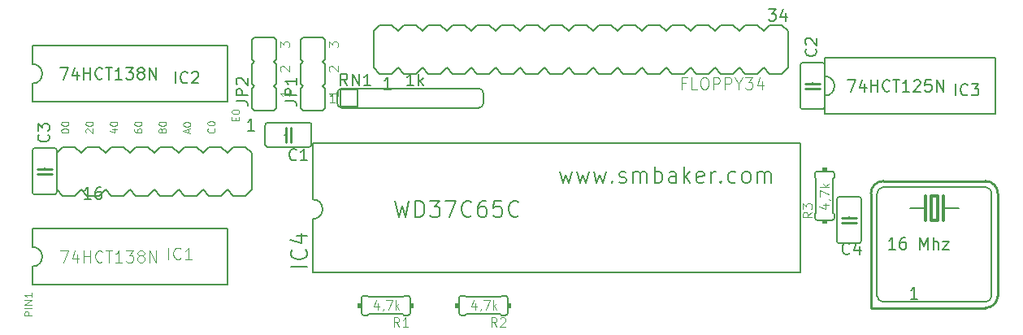
<source format=gbr>
G04 #@! TF.GenerationSoftware,KiCad,Pcbnew,5.1.2*
G04 #@! TF.CreationDate,2020-10-20T15:01:19+02:00*
G04 #@! TF.ProjectId,RC2014 Floppy WD37C65,52433230-3134-4204-966c-6f7070792057,rev?*
G04 #@! TF.SameCoordinates,Original*
G04 #@! TF.FileFunction,Legend,Top*
G04 #@! TF.FilePolarity,Positive*
%FSLAX46Y46*%
G04 Gerber Fmt 4.6, Leading zero omitted, Abs format (unit mm)*
G04 Created by KiCad (PCBNEW 5.1.2) date 2020-10-20 15:01:19*
%MOMM*%
%LPD*%
G04 APERTURE LIST*
%ADD10C,0.065024*%
%ADD11C,0.142240*%
%ADD12C,0.152400*%
%ADD13C,0.254000*%
%ADD14C,0.304800*%
%ADD15C,0.100000*%
%ADD16C,0.127000*%
%ADD17C,0.120650*%
%ADD18C,0.099060*%
%ADD19C,0.118872*%
G04 APERTURE END LIST*
D10*
X119649865Y-97787486D02*
X119649865Y-97530100D01*
X120054330Y-97419791D02*
X120054330Y-97787486D01*
X119282170Y-97787486D01*
X119282170Y-97419791D01*
X119282170Y-96941787D02*
X119282170Y-96868248D01*
X119318940Y-96794709D01*
X119355709Y-96757940D01*
X119429248Y-96721170D01*
X119576326Y-96684401D01*
X119760174Y-96684401D01*
X119907252Y-96721170D01*
X119980791Y-96757940D01*
X120017560Y-96794709D01*
X120054330Y-96868248D01*
X120054330Y-96941787D01*
X120017560Y-97015326D01*
X119980791Y-97052096D01*
X119907252Y-97088865D01*
X119760174Y-97125635D01*
X119576326Y-97125635D01*
X119429248Y-97088865D01*
X119355709Y-97052096D01*
X119318940Y-97015326D01*
X119282170Y-96941787D01*
X117440791Y-98616252D02*
X117477560Y-98653022D01*
X117514330Y-98763330D01*
X117514330Y-98836869D01*
X117477560Y-98947178D01*
X117404021Y-99020717D01*
X117330482Y-99057486D01*
X117183404Y-99094256D01*
X117073096Y-99094256D01*
X116926018Y-99057486D01*
X116852479Y-99020717D01*
X116778940Y-98947178D01*
X116742170Y-98836869D01*
X116742170Y-98763330D01*
X116778940Y-98653022D01*
X116815709Y-98616252D01*
X116742170Y-98138248D02*
X116742170Y-98064709D01*
X116778940Y-97991170D01*
X116815709Y-97954401D01*
X116889248Y-97917631D01*
X117036326Y-97880862D01*
X117220174Y-97880862D01*
X117367252Y-97917631D01*
X117440791Y-97954401D01*
X117477560Y-97991170D01*
X117514330Y-98064709D01*
X117514330Y-98138248D01*
X117477560Y-98211787D01*
X117440791Y-98248557D01*
X117367252Y-98285326D01*
X117220174Y-98322096D01*
X117036326Y-98322096D01*
X116889248Y-98285326D01*
X116815709Y-98248557D01*
X116778940Y-98211787D01*
X116742170Y-98138248D01*
X114753713Y-99094256D02*
X114753713Y-98726561D01*
X114974330Y-99167795D02*
X114202170Y-98910408D01*
X114974330Y-98653022D01*
X114202170Y-98248557D02*
X114202170Y-98175018D01*
X114238940Y-98101479D01*
X114275709Y-98064709D01*
X114349248Y-98027940D01*
X114496326Y-97991170D01*
X114680174Y-97991170D01*
X114827252Y-98027940D01*
X114900791Y-98064709D01*
X114937560Y-98101479D01*
X114974330Y-98175018D01*
X114974330Y-98248557D01*
X114937560Y-98322096D01*
X114900791Y-98358865D01*
X114827252Y-98395635D01*
X114680174Y-98432404D01*
X114496326Y-98432404D01*
X114349248Y-98395635D01*
X114275709Y-98358865D01*
X114238940Y-98322096D01*
X114202170Y-98248557D01*
X111993096Y-98947178D02*
X111956326Y-99020717D01*
X111919557Y-99057486D01*
X111846018Y-99094256D01*
X111809248Y-99094256D01*
X111735709Y-99057486D01*
X111698940Y-99020717D01*
X111662170Y-98947178D01*
X111662170Y-98800100D01*
X111698940Y-98726561D01*
X111735709Y-98689791D01*
X111809248Y-98653022D01*
X111846018Y-98653022D01*
X111919557Y-98689791D01*
X111956326Y-98726561D01*
X111993096Y-98800100D01*
X111993096Y-98947178D01*
X112029865Y-99020717D01*
X112066635Y-99057486D01*
X112140174Y-99094256D01*
X112287252Y-99094256D01*
X112360791Y-99057486D01*
X112397560Y-99020717D01*
X112434330Y-98947178D01*
X112434330Y-98800100D01*
X112397560Y-98726561D01*
X112360791Y-98689791D01*
X112287252Y-98653022D01*
X112140174Y-98653022D01*
X112066635Y-98689791D01*
X112029865Y-98726561D01*
X111993096Y-98800100D01*
X111662170Y-98175018D02*
X111662170Y-98101479D01*
X111698940Y-98027940D01*
X111735709Y-97991170D01*
X111809248Y-97954401D01*
X111956326Y-97917631D01*
X112140174Y-97917631D01*
X112287252Y-97954401D01*
X112360791Y-97991170D01*
X112397560Y-98027940D01*
X112434330Y-98101479D01*
X112434330Y-98175018D01*
X112397560Y-98248557D01*
X112360791Y-98285326D01*
X112287252Y-98322096D01*
X112140174Y-98358865D01*
X111956326Y-98358865D01*
X111809248Y-98322096D01*
X111735709Y-98285326D01*
X111698940Y-98248557D01*
X111662170Y-98175018D01*
X109122170Y-98726561D02*
X109122170Y-98873639D01*
X109158940Y-98947178D01*
X109195709Y-98983947D01*
X109306018Y-99057486D01*
X109453096Y-99094256D01*
X109747252Y-99094256D01*
X109820791Y-99057486D01*
X109857560Y-99020717D01*
X109894330Y-98947178D01*
X109894330Y-98800100D01*
X109857560Y-98726561D01*
X109820791Y-98689791D01*
X109747252Y-98653022D01*
X109563404Y-98653022D01*
X109489865Y-98689791D01*
X109453096Y-98726561D01*
X109416326Y-98800100D01*
X109416326Y-98947178D01*
X109453096Y-99020717D01*
X109489865Y-99057486D01*
X109563404Y-99094256D01*
X109122170Y-98175018D02*
X109122170Y-98101479D01*
X109158940Y-98027940D01*
X109195709Y-97991170D01*
X109269248Y-97954401D01*
X109416326Y-97917631D01*
X109600174Y-97917631D01*
X109747252Y-97954401D01*
X109820791Y-97991170D01*
X109857560Y-98027940D01*
X109894330Y-98101479D01*
X109894330Y-98175018D01*
X109857560Y-98248557D01*
X109820791Y-98285326D01*
X109747252Y-98322096D01*
X109600174Y-98358865D01*
X109416326Y-98358865D01*
X109269248Y-98322096D01*
X109195709Y-98285326D01*
X109158940Y-98248557D01*
X109122170Y-98175018D01*
X106839557Y-98726561D02*
X107354330Y-98726561D01*
X106545400Y-98910408D02*
X107096943Y-99094256D01*
X107096943Y-98616252D01*
X106582170Y-98175018D02*
X106582170Y-98101479D01*
X106618940Y-98027940D01*
X106655709Y-97991170D01*
X106729248Y-97954401D01*
X106876326Y-97917631D01*
X107060174Y-97917631D01*
X107207252Y-97954401D01*
X107280791Y-97991170D01*
X107317560Y-98027940D01*
X107354330Y-98101479D01*
X107354330Y-98175018D01*
X107317560Y-98248557D01*
X107280791Y-98285326D01*
X107207252Y-98322096D01*
X107060174Y-98358865D01*
X106876326Y-98358865D01*
X106729248Y-98322096D01*
X106655709Y-98285326D01*
X106618940Y-98248557D01*
X106582170Y-98175018D01*
X104115709Y-99094256D02*
X104078940Y-99057486D01*
X104042170Y-98983947D01*
X104042170Y-98800100D01*
X104078940Y-98726561D01*
X104115709Y-98689791D01*
X104189248Y-98653022D01*
X104262787Y-98653022D01*
X104373096Y-98689791D01*
X104814330Y-99131025D01*
X104814330Y-98653022D01*
X104042170Y-98175018D02*
X104042170Y-98101479D01*
X104078940Y-98027940D01*
X104115709Y-97991170D01*
X104189248Y-97954401D01*
X104336326Y-97917631D01*
X104520174Y-97917631D01*
X104667252Y-97954401D01*
X104740791Y-97991170D01*
X104777560Y-98027940D01*
X104814330Y-98101479D01*
X104814330Y-98175018D01*
X104777560Y-98248557D01*
X104740791Y-98285326D01*
X104667252Y-98322096D01*
X104520174Y-98358865D01*
X104336326Y-98358865D01*
X104189248Y-98322096D01*
X104115709Y-98285326D01*
X104078940Y-98248557D01*
X104042170Y-98175018D01*
X101502170Y-98910408D02*
X101502170Y-98836869D01*
X101538940Y-98763330D01*
X101575709Y-98726561D01*
X101649248Y-98689791D01*
X101796326Y-98653022D01*
X101980174Y-98653022D01*
X102127252Y-98689791D01*
X102200791Y-98726561D01*
X102237560Y-98763330D01*
X102274330Y-98836869D01*
X102274330Y-98910408D01*
X102237560Y-98983947D01*
X102200791Y-99020717D01*
X102127252Y-99057486D01*
X101980174Y-99094256D01*
X101796326Y-99094256D01*
X101649248Y-99057486D01*
X101575709Y-99020717D01*
X101538940Y-98983947D01*
X101502170Y-98910408D01*
X101502170Y-98175018D02*
X101502170Y-98101479D01*
X101538940Y-98027940D01*
X101575709Y-97991170D01*
X101649248Y-97954401D01*
X101796326Y-97917631D01*
X101980174Y-97917631D01*
X102127252Y-97954401D01*
X102200791Y-97991170D01*
X102237560Y-98027940D01*
X102274330Y-98101479D01*
X102274330Y-98175018D01*
X102237560Y-98248557D01*
X102200791Y-98285326D01*
X102127252Y-98322096D01*
X101980174Y-98358865D01*
X101796326Y-98358865D01*
X101649248Y-98322096D01*
X101575709Y-98285326D01*
X101538940Y-98248557D01*
X101502170Y-98175018D01*
X98464330Y-118107486D02*
X97692170Y-118107486D01*
X97692170Y-117813330D01*
X97728940Y-117739791D01*
X97765709Y-117703022D01*
X97839248Y-117666252D01*
X97949557Y-117666252D01*
X98023096Y-117703022D01*
X98059865Y-117739791D01*
X98096635Y-117813330D01*
X98096635Y-118107486D01*
X98464330Y-117335326D02*
X97692170Y-117335326D01*
X98464330Y-116967631D02*
X97692170Y-116967631D01*
X98464330Y-116526397D01*
X97692170Y-116526397D01*
X98464330Y-115754237D02*
X98464330Y-116195471D01*
X98464330Y-115974854D02*
X97692170Y-115974854D01*
X97802479Y-116048393D01*
X97876018Y-116121932D01*
X97912787Y-116195471D01*
D11*
X153444856Y-103157100D02*
X153766589Y-104283166D01*
X154088322Y-103478833D01*
X154410056Y-104283166D01*
X154731789Y-103157100D01*
X155214389Y-103157100D02*
X155536122Y-104283166D01*
X155857856Y-103478833D01*
X156179589Y-104283166D01*
X156501322Y-103157100D01*
X156983922Y-103157100D02*
X157305656Y-104283166D01*
X157627389Y-103478833D01*
X157949122Y-104283166D01*
X158270856Y-103157100D01*
X158914322Y-104122300D02*
X158994756Y-104202733D01*
X158914322Y-104283166D01*
X158833889Y-104202733D01*
X158914322Y-104122300D01*
X158914322Y-104283166D01*
X159638222Y-104202733D02*
X159799089Y-104283166D01*
X160120822Y-104283166D01*
X160281689Y-104202733D01*
X160362122Y-104041866D01*
X160362122Y-103961433D01*
X160281689Y-103800566D01*
X160120822Y-103720133D01*
X159879522Y-103720133D01*
X159718656Y-103639700D01*
X159638222Y-103478833D01*
X159638222Y-103398400D01*
X159718656Y-103237533D01*
X159879522Y-103157100D01*
X160120822Y-103157100D01*
X160281689Y-103237533D01*
X161086022Y-104283166D02*
X161086022Y-103157100D01*
X161086022Y-103317966D02*
X161166456Y-103237533D01*
X161327322Y-103157100D01*
X161568622Y-103157100D01*
X161729489Y-103237533D01*
X161809922Y-103398400D01*
X161809922Y-104283166D01*
X161809922Y-103398400D02*
X161890356Y-103237533D01*
X162051222Y-103157100D01*
X162292522Y-103157100D01*
X162453389Y-103237533D01*
X162533822Y-103398400D01*
X162533822Y-104283166D01*
X163338156Y-104283166D02*
X163338156Y-102594066D01*
X163338156Y-103237533D02*
X163499022Y-103157100D01*
X163820756Y-103157100D01*
X163981622Y-103237533D01*
X164062056Y-103317966D01*
X164142489Y-103478833D01*
X164142489Y-103961433D01*
X164062056Y-104122300D01*
X163981622Y-104202733D01*
X163820756Y-104283166D01*
X163499022Y-104283166D01*
X163338156Y-104202733D01*
X165590289Y-104283166D02*
X165590289Y-103398400D01*
X165509856Y-103237533D01*
X165348989Y-103157100D01*
X165027256Y-103157100D01*
X164866389Y-103237533D01*
X165590289Y-104202733D02*
X165429422Y-104283166D01*
X165027256Y-104283166D01*
X164866389Y-104202733D01*
X164785956Y-104041866D01*
X164785956Y-103881000D01*
X164866389Y-103720133D01*
X165027256Y-103639700D01*
X165429422Y-103639700D01*
X165590289Y-103559266D01*
X166394622Y-104283166D02*
X166394622Y-102594066D01*
X166555489Y-103639700D02*
X167038089Y-104283166D01*
X167038089Y-103157100D02*
X166394622Y-103800566D01*
X168405456Y-104202733D02*
X168244589Y-104283166D01*
X167922856Y-104283166D01*
X167761989Y-104202733D01*
X167681556Y-104041866D01*
X167681556Y-103398400D01*
X167761989Y-103237533D01*
X167922856Y-103157100D01*
X168244589Y-103157100D01*
X168405456Y-103237533D01*
X168485889Y-103398400D01*
X168485889Y-103559266D01*
X167681556Y-103720133D01*
X169209789Y-104283166D02*
X169209789Y-103157100D01*
X169209789Y-103478833D02*
X169290222Y-103317966D01*
X169370656Y-103237533D01*
X169531522Y-103157100D01*
X169692389Y-103157100D01*
X170255422Y-104122300D02*
X170335856Y-104202733D01*
X170255422Y-104283166D01*
X170174989Y-104202733D01*
X170255422Y-104122300D01*
X170255422Y-104283166D01*
X171783656Y-104202733D02*
X171622789Y-104283166D01*
X171301056Y-104283166D01*
X171140189Y-104202733D01*
X171059756Y-104122300D01*
X170979322Y-103961433D01*
X170979322Y-103478833D01*
X171059756Y-103317966D01*
X171140189Y-103237533D01*
X171301056Y-103157100D01*
X171622789Y-103157100D01*
X171783656Y-103237533D01*
X172748856Y-104283166D02*
X172587989Y-104202733D01*
X172507556Y-104122300D01*
X172427122Y-103961433D01*
X172427122Y-103478833D01*
X172507556Y-103317966D01*
X172587989Y-103237533D01*
X172748856Y-103157100D01*
X172990156Y-103157100D01*
X173151022Y-103237533D01*
X173231456Y-103317966D01*
X173311889Y-103478833D01*
X173311889Y-103961433D01*
X173231456Y-104122300D01*
X173151022Y-104202733D01*
X172990156Y-104283166D01*
X172748856Y-104283166D01*
X174035789Y-104283166D02*
X174035789Y-103157100D01*
X174035789Y-103317966D02*
X174116222Y-103237533D01*
X174277089Y-103157100D01*
X174518389Y-103157100D01*
X174679256Y-103237533D01*
X174759689Y-103398400D01*
X174759689Y-104283166D01*
X174759689Y-103398400D02*
X174840122Y-103237533D01*
X175000989Y-103157100D01*
X175242289Y-103157100D01*
X175403156Y-103237533D01*
X175483589Y-103398400D01*
X175483589Y-104283166D01*
D12*
X104216100Y-100553600D02*
X105486100Y-100553600D01*
X106121100Y-101188600D02*
X105486100Y-100553600D01*
X102946100Y-100553600D02*
X103581100Y-101188600D01*
X101676100Y-100553600D02*
X102946100Y-100553600D01*
X101041100Y-101188600D02*
X101676100Y-100553600D01*
X103581100Y-101188600D02*
X104216100Y-100553600D01*
X101041100Y-104998600D02*
X101041100Y-101188600D01*
X105486100Y-105633600D02*
X106121100Y-104998600D01*
X101676100Y-105633600D02*
X101041100Y-104998600D01*
X102946100Y-105633600D02*
X101676100Y-105633600D01*
X103581100Y-104998600D02*
X102946100Y-105633600D01*
X104216100Y-105633600D02*
X103581100Y-104998600D01*
X105486100Y-105633600D02*
X104216100Y-105633600D01*
X108026100Y-100553600D02*
X108661100Y-101188600D01*
X106756100Y-100553600D02*
X108026100Y-100553600D01*
X106121100Y-101188600D02*
X106756100Y-100553600D01*
X111836100Y-100553600D02*
X113106100Y-100553600D01*
X113741100Y-101188600D02*
X113106100Y-100553600D01*
X110566100Y-100553600D02*
X111201100Y-101188600D01*
X109296100Y-100553600D02*
X110566100Y-100553600D01*
X108661100Y-101188600D02*
X109296100Y-100553600D01*
X111201100Y-101188600D02*
X111836100Y-100553600D01*
X115646100Y-100553600D02*
X116281100Y-101188600D01*
X114376100Y-100553600D02*
X115646100Y-100553600D01*
X113741100Y-101188600D02*
X114376100Y-100553600D01*
X119456100Y-100553600D02*
X120726100Y-100553600D01*
X121361100Y-101188600D02*
X120726100Y-100553600D01*
X121361100Y-104998600D02*
X121361100Y-101188600D01*
X118186100Y-100553600D02*
X118821100Y-101188600D01*
X116916100Y-100553600D02*
X118186100Y-100553600D01*
X116281100Y-101188600D02*
X116916100Y-100553600D01*
X118821100Y-101188600D02*
X119456100Y-100553600D01*
X106756100Y-105633600D02*
X106121100Y-104998600D01*
X108026100Y-105633600D02*
X106756100Y-105633600D01*
X108661100Y-104998600D02*
X108026100Y-105633600D01*
X113106100Y-105633600D02*
X113741100Y-104998600D01*
X109296100Y-105633600D02*
X108661100Y-104998600D01*
X110566100Y-105633600D02*
X109296100Y-105633600D01*
X111201100Y-104998600D02*
X110566100Y-105633600D01*
X111836100Y-105633600D02*
X111201100Y-104998600D01*
X113106100Y-105633600D02*
X111836100Y-105633600D01*
X114376100Y-105633600D02*
X113741100Y-104998600D01*
X115646100Y-105633600D02*
X114376100Y-105633600D01*
X116281100Y-104998600D02*
X115646100Y-105633600D01*
X120726100Y-105633600D02*
X121361100Y-104998600D01*
X116916100Y-105633600D02*
X116281100Y-104998600D01*
X118186100Y-105633600D02*
X116916100Y-105633600D01*
X118821100Y-104998600D02*
X118186100Y-105633600D01*
X119456100Y-105633600D02*
X118821100Y-104998600D01*
X120726100Y-105633600D02*
X119456100Y-105633600D01*
X179781100Y-93949600D02*
X179781100Y-93822600D01*
D13*
X179781100Y-93949600D02*
X179019100Y-93949600D01*
X180543100Y-93949600D02*
X179781100Y-93949600D01*
X179781100Y-94457600D02*
X179019100Y-94457600D01*
X179781100Y-94457600D02*
X180543100Y-94457600D01*
D12*
X179781100Y-94584600D02*
X179781100Y-94457600D01*
X178511100Y-92044600D02*
G75*
G02X178765100Y-91790600I254000J0D01*
G01*
X178765100Y-96616600D02*
G75*
G02X178511100Y-96362600I0J254000D01*
G01*
X181051100Y-92044600D02*
G75*
G03X180797100Y-91790600I-254000J0D01*
G01*
X180797100Y-96616600D02*
G75*
G03X181051100Y-96362600I0J254000D01*
G01*
X180797100Y-91790600D02*
X178765100Y-91790600D01*
X180797100Y-96616600D02*
X178765100Y-96616600D01*
X178511100Y-96362600D02*
X178511100Y-92044600D01*
X181051100Y-92044600D02*
X181051100Y-96362600D01*
X99771100Y-103347600D02*
X99771100Y-103474600D01*
D13*
X99771100Y-103347600D02*
X100533100Y-103347600D01*
X99009100Y-103347600D02*
X99771100Y-103347600D01*
X99771100Y-102839600D02*
X100533100Y-102839600D01*
X99771100Y-102839600D02*
X99009100Y-102839600D01*
D12*
X99771100Y-102712600D02*
X99771100Y-102839600D01*
X101041100Y-105252600D02*
G75*
G02X100787100Y-105506600I-254000J0D01*
G01*
X100787100Y-100680600D02*
G75*
G02X101041100Y-100934600I0J-254000D01*
G01*
X98501100Y-105252600D02*
G75*
G03X98755100Y-105506600I254000J0D01*
G01*
X98755100Y-100680600D02*
G75*
G03X98501100Y-100934600I0J-254000D01*
G01*
X98755100Y-105506600D02*
X100787100Y-105506600D01*
X98755100Y-100680600D02*
X100787100Y-100680600D01*
X101041100Y-100934600D02*
X101041100Y-105252600D01*
X98501100Y-105252600D02*
X98501100Y-100934600D01*
X98501100Y-112999600D02*
G75*
G03X98501100Y-110967600I0J1016000D01*
G01*
X98501100Y-114904600D02*
X98501100Y-112999600D01*
X98501100Y-109062600D02*
X98501100Y-110967600D01*
X118821100Y-109062600D02*
X118821100Y-114904600D01*
X98501100Y-114904600D02*
X118821100Y-114904600D01*
X118821100Y-109062600D02*
X98501100Y-109062600D01*
X177241100Y-92298600D02*
X176606100Y-92933600D01*
X176606100Y-87853600D02*
X177241100Y-88488600D01*
X177241100Y-88488600D02*
X177241100Y-92298600D01*
X175336100Y-92933600D02*
X174701100Y-92298600D01*
X176606100Y-92933600D02*
X175336100Y-92933600D01*
X171526100Y-92933600D02*
X170256100Y-92933600D01*
X169621100Y-92298600D02*
X170256100Y-92933600D01*
X172796100Y-92933600D02*
X172161100Y-92298600D01*
X174066100Y-92933600D02*
X172796100Y-92933600D01*
X174701100Y-92298600D02*
X174066100Y-92933600D01*
X172161100Y-92298600D02*
X171526100Y-92933600D01*
X175336100Y-87853600D02*
X176606100Y-87853600D01*
X174701100Y-88488600D02*
X175336100Y-87853600D01*
X170256100Y-87853600D02*
X169621100Y-88488600D01*
X174066100Y-87853600D02*
X174701100Y-88488600D01*
X172796100Y-87853600D02*
X174066100Y-87853600D01*
X172161100Y-88488600D02*
X172796100Y-87853600D01*
X171526100Y-87853600D02*
X172161100Y-88488600D01*
X170256100Y-87853600D02*
X171526100Y-87853600D01*
X169621100Y-92298600D02*
X168986100Y-92933600D01*
X168986100Y-92933600D02*
X167716100Y-92933600D01*
X167716100Y-92933600D02*
X167081100Y-92298600D01*
X167081100Y-88488600D02*
X167716100Y-87853600D01*
X167716100Y-87853600D02*
X168986100Y-87853600D01*
X168986100Y-87853600D02*
X169621100Y-88488600D01*
X165176100Y-92933600D02*
X164541100Y-92298600D01*
X166446100Y-92933600D02*
X165176100Y-92933600D01*
X167081100Y-92298600D02*
X166446100Y-92933600D01*
X161366100Y-92933600D02*
X160096100Y-92933600D01*
X159461100Y-92298600D02*
X160096100Y-92933600D01*
X162636100Y-92933600D02*
X162001100Y-92298600D01*
X163906100Y-92933600D02*
X162636100Y-92933600D01*
X164541100Y-92298600D02*
X163906100Y-92933600D01*
X162001100Y-92298600D02*
X161366100Y-92933600D01*
X157556100Y-92933600D02*
X156921100Y-92298600D01*
X158826100Y-92933600D02*
X157556100Y-92933600D01*
X159461100Y-92298600D02*
X158826100Y-92933600D01*
X153746100Y-92933600D02*
X152476100Y-92933600D01*
X151841100Y-92298600D02*
X152476100Y-92933600D01*
X155016100Y-92933600D02*
X154381100Y-92298600D01*
X156286100Y-92933600D02*
X155016100Y-92933600D01*
X156921100Y-92298600D02*
X156286100Y-92933600D01*
X154381100Y-92298600D02*
X153746100Y-92933600D01*
X166446100Y-87853600D02*
X167081100Y-88488600D01*
X165176100Y-87853600D02*
X166446100Y-87853600D01*
X164541100Y-88488600D02*
X165176100Y-87853600D01*
X160096100Y-87853600D02*
X159461100Y-88488600D01*
X163906100Y-87853600D02*
X164541100Y-88488600D01*
X162636100Y-87853600D02*
X163906100Y-87853600D01*
X162001100Y-88488600D02*
X162636100Y-87853600D01*
X161366100Y-87853600D02*
X162001100Y-88488600D01*
X160096100Y-87853600D02*
X161366100Y-87853600D01*
X158826100Y-87853600D02*
X159461100Y-88488600D01*
X157556100Y-87853600D02*
X158826100Y-87853600D01*
X156921100Y-88488600D02*
X157556100Y-87853600D01*
X152476100Y-87853600D02*
X151841100Y-88488600D01*
X156286100Y-87853600D02*
X156921100Y-88488600D01*
X155016100Y-87853600D02*
X156286100Y-87853600D01*
X154381100Y-88488600D02*
X155016100Y-87853600D01*
X153746100Y-87853600D02*
X154381100Y-88488600D01*
X152476100Y-87853600D02*
X153746100Y-87853600D01*
X151841100Y-92298600D02*
X151206100Y-92933600D01*
X151206100Y-92933600D02*
X149936100Y-92933600D01*
X149936100Y-92933600D02*
X149301100Y-92298600D01*
X149301100Y-88488600D02*
X149936100Y-87853600D01*
X149936100Y-87853600D02*
X151206100Y-87853600D01*
X151206100Y-87853600D02*
X151841100Y-88488600D01*
X147396100Y-92933600D02*
X146761100Y-92298600D01*
X148666100Y-92933600D02*
X147396100Y-92933600D01*
X149301100Y-92298600D02*
X148666100Y-92933600D01*
X143586100Y-92933600D02*
X142316100Y-92933600D01*
X141681100Y-92298600D02*
X142316100Y-92933600D01*
X144856100Y-92933600D02*
X144221100Y-92298600D01*
X146126100Y-92933600D02*
X144856100Y-92933600D01*
X146761100Y-92298600D02*
X146126100Y-92933600D01*
X144221100Y-92298600D02*
X143586100Y-92933600D01*
X139776100Y-92933600D02*
X139141100Y-92298600D01*
X141046100Y-92933600D02*
X139776100Y-92933600D01*
X141681100Y-92298600D02*
X141046100Y-92933600D01*
X135966100Y-92933600D02*
X134696100Y-92933600D01*
X134061100Y-92298600D02*
X134696100Y-92933600D01*
X134061100Y-88488600D02*
X134061100Y-92298600D01*
X137236100Y-92933600D02*
X136601100Y-92298600D01*
X138506100Y-92933600D02*
X137236100Y-92933600D01*
X139141100Y-92298600D02*
X138506100Y-92933600D01*
X136601100Y-92298600D02*
X135966100Y-92933600D01*
X148666100Y-87853600D02*
X149301100Y-88488600D01*
X147396100Y-87853600D02*
X148666100Y-87853600D01*
X146761100Y-88488600D02*
X147396100Y-87853600D01*
X142316100Y-87853600D02*
X141681100Y-88488600D01*
X146126100Y-87853600D02*
X146761100Y-88488600D01*
X144856100Y-87853600D02*
X146126100Y-87853600D01*
X144221100Y-88488600D02*
X144856100Y-87853600D01*
X143586100Y-87853600D02*
X144221100Y-88488600D01*
X142316100Y-87853600D02*
X143586100Y-87853600D01*
X141046100Y-87853600D02*
X141681100Y-88488600D01*
X139776100Y-87853600D02*
X141046100Y-87853600D01*
X139141100Y-88488600D02*
X139776100Y-87853600D01*
X134696100Y-87853600D02*
X134061100Y-88488600D01*
X138506100Y-87853600D02*
X139141100Y-88488600D01*
X137236100Y-87853600D02*
X138506100Y-87853600D01*
X136601100Y-88488600D02*
X137236100Y-87853600D01*
X135966100Y-87853600D02*
X136601100Y-88488600D01*
X134696100Y-87853600D02*
X135966100Y-87853600D01*
D14*
X191541300Y-106903600D02*
X191541300Y-108173600D01*
D12*
X191541300Y-106903600D02*
X189941100Y-106903600D01*
D14*
X193420900Y-106903600D02*
X193420900Y-108173600D01*
D12*
X193420900Y-106903600D02*
X195021100Y-106903600D01*
D14*
X191541300Y-105633600D02*
X191541300Y-106903600D01*
X193420900Y-105633600D02*
X193420900Y-106903600D01*
X192785900Y-105633600D02*
X192150900Y-105633600D01*
X192785900Y-108173600D02*
X192785900Y-105633600D01*
X192150900Y-108173600D02*
X192785900Y-108173600D01*
X192150900Y-105633600D02*
X192150900Y-108173600D01*
D12*
X187147100Y-116682600D02*
G75*
G02X186512100Y-116047600I0J635000D01*
G01*
D13*
X187147100Y-104109600D02*
G75*
G03X185877100Y-105379600I0J-1270000D01*
G01*
D12*
X187147100Y-104744600D02*
G75*
G03X186512100Y-105379600I0J-635000D01*
G01*
D13*
X199085100Y-105379600D02*
G75*
G03X197815100Y-104109600I-1270000J0D01*
G01*
D12*
X198450100Y-105379600D02*
G75*
G03X197815100Y-104744600I-635000J0D01*
G01*
X198450100Y-116047600D02*
G75*
G02X197815100Y-116682600I-635000J0D01*
G01*
D13*
X199085100Y-116047600D02*
G75*
G02X197815100Y-117317600I-1270000J0D01*
G01*
D12*
X186512100Y-105379600D02*
X186512100Y-116047600D01*
X197815100Y-104744600D02*
X187147100Y-104744600D01*
X198450100Y-116047600D02*
X198450100Y-105379600D01*
X187147100Y-116682600D02*
X197815100Y-116682600D01*
D13*
X185877100Y-117317600D02*
X185877100Y-105379600D01*
X197815100Y-104109600D02*
X187147100Y-104109600D01*
X199085100Y-116047600D02*
X199085100Y-105379600D01*
X185877100Y-117317600D02*
X197815100Y-117317600D01*
D12*
X125425100Y-99283600D02*
X125552100Y-99283600D01*
D13*
X125425100Y-99283600D02*
X125425100Y-98521600D01*
X125425100Y-100045600D02*
X125425100Y-99283600D01*
X124917100Y-99283600D02*
X124917100Y-98521600D01*
X124917100Y-99283600D02*
X124917100Y-100045600D01*
D12*
X124790100Y-99283600D02*
X124917100Y-99283600D01*
X127330100Y-98013600D02*
G75*
G02X127584100Y-98267600I0J-254000D01*
G01*
X122758100Y-98267600D02*
G75*
G02X123012100Y-98013600I254000J0D01*
G01*
X127330100Y-100553600D02*
G75*
G03X127584100Y-100299600I0J254000D01*
G01*
X122758100Y-100299600D02*
G75*
G03X123012100Y-100553600I254000J0D01*
G01*
X127584100Y-100299600D02*
X127584100Y-98267600D01*
X122758100Y-100299600D02*
X122758100Y-98267600D01*
X123012100Y-98013600D02*
X127330100Y-98013600D01*
X127330100Y-100553600D02*
X123012100Y-100553600D01*
X183591100Y-107919600D02*
X183591100Y-107792600D01*
D13*
X183591100Y-107919600D02*
X182829100Y-107919600D01*
X184353100Y-107919600D02*
X183591100Y-107919600D01*
X183591100Y-108427600D02*
X182829100Y-108427600D01*
X183591100Y-108427600D02*
X184353100Y-108427600D01*
D12*
X183591100Y-108554600D02*
X183591100Y-108427600D01*
X182321100Y-106014600D02*
G75*
G02X182575100Y-105760600I254000J0D01*
G01*
X182575100Y-110586600D02*
G75*
G02X182321100Y-110332600I0J254000D01*
G01*
X184861100Y-106014600D02*
G75*
G03X184607100Y-105760600I-254000J0D01*
G01*
X184607100Y-110586600D02*
G75*
G03X184861100Y-110332600I0J254000D01*
G01*
X184607100Y-105760600D02*
X182575100Y-105760600D01*
X184607100Y-110586600D02*
X182575100Y-110586600D01*
X182321100Y-110332600D02*
X182321100Y-106014600D01*
X184861100Y-106014600D02*
X184861100Y-110332600D01*
X127711100Y-108046600D02*
G75*
G03X127711100Y-106014600I0J1016000D01*
G01*
X127711100Y-113634600D02*
X127711100Y-108046600D01*
X127711100Y-100172600D02*
X127711100Y-106014600D01*
X178511100Y-100172600D02*
X178511100Y-113634600D01*
X127711100Y-113634600D02*
X178511100Y-113634600D01*
X178511100Y-100172600D02*
X127711100Y-100172600D01*
X98501100Y-93949600D02*
G75*
G03X98501100Y-91917600I0J1016000D01*
G01*
X98501100Y-95854600D02*
X98501100Y-93949600D01*
X98501100Y-90012600D02*
X98501100Y-91917600D01*
X118821100Y-90012600D02*
X118821100Y-95854600D01*
X98501100Y-95854600D02*
X118821100Y-95854600D01*
X118821100Y-90012600D02*
X98501100Y-90012600D01*
X181051100Y-95219600D02*
G75*
G03X181051100Y-93187600I0J1016000D01*
G01*
X181051100Y-97124600D02*
X181051100Y-95219600D01*
X181051100Y-91282600D02*
X181051100Y-93187600D01*
X198831100Y-91282600D02*
X198831100Y-97124600D01*
X181051100Y-97124600D02*
X198831100Y-97124600D01*
X198831100Y-91282600D02*
X181051100Y-91282600D01*
D15*
G36*
X138252100Y-116809600D02*
G01*
X137871100Y-116809600D01*
X137871100Y-117317600D01*
X138252100Y-117317600D01*
X138252100Y-116809600D01*
G37*
G36*
X132791100Y-116809600D02*
G01*
X132410100Y-116809600D01*
X132410100Y-117317600D01*
X132791100Y-117317600D01*
X132791100Y-116809600D01*
G37*
D12*
X132791100Y-116301600D02*
X132791100Y-117825600D01*
X133045100Y-116047600D02*
X133426100Y-116047600D01*
X133045100Y-118079600D02*
X133426100Y-118079600D01*
X133553100Y-116174600D02*
X137109100Y-116174600D01*
X133553100Y-116174600D02*
X133426100Y-116047600D01*
X133553100Y-117952600D02*
X137109100Y-117952600D01*
X133553100Y-117952600D02*
X133426100Y-118079600D01*
X137109100Y-116174600D02*
X137236100Y-116047600D01*
X137617100Y-116047600D02*
X137236100Y-116047600D01*
X137109100Y-117952600D02*
X137236100Y-118079600D01*
X137617100Y-118079600D02*
X137236100Y-118079600D01*
X137871100Y-116301600D02*
X137871100Y-117825600D01*
X132791100Y-117825600D02*
G75*
G03X133045100Y-118079600I254000J0D01*
G01*
X132791100Y-116301600D02*
G75*
G02X133045100Y-116047600I254000J0D01*
G01*
X137617100Y-116047600D02*
G75*
G02X137871100Y-116301600I0J-254000D01*
G01*
X137617100Y-118079600D02*
G75*
G03X137871100Y-117825600I0J254000D01*
G01*
X128981100Y-94457600D02*
X128981100Y-96489600D01*
X128981100Y-91917600D02*
X128981100Y-93949600D01*
X128727100Y-96743600D02*
X128981100Y-96489600D01*
X128981100Y-94457600D02*
X128727100Y-94203600D01*
X128727100Y-94203600D02*
X128981100Y-93949600D01*
X128981100Y-91917600D02*
X128727100Y-91663600D01*
X126441100Y-94457600D02*
X126441100Y-96489600D01*
X126695100Y-96743600D02*
X126441100Y-96489600D01*
X126441100Y-94457600D02*
X126695100Y-94203600D01*
X126695100Y-94203600D02*
X126441100Y-93949600D01*
X126441100Y-91917600D02*
X126441100Y-93949600D01*
X126441100Y-91917600D02*
X126695100Y-91663600D01*
X126695100Y-89123600D02*
X128727100Y-89123600D01*
X126441100Y-89377600D02*
X126695100Y-89123600D01*
X128981100Y-89377600D02*
X128727100Y-89123600D01*
X128727100Y-91663600D02*
X128981100Y-91409600D01*
X128981100Y-89377600D02*
X128981100Y-91409600D01*
X126695100Y-91663600D02*
X126441100Y-91409600D01*
X126441100Y-89377600D02*
X126441100Y-91409600D01*
X128727100Y-96743600D02*
X126695100Y-96743600D01*
X123901100Y-94457600D02*
X123901100Y-96489600D01*
X123901100Y-91917600D02*
X123901100Y-93949600D01*
X123647100Y-96743600D02*
X123901100Y-96489600D01*
X123901100Y-94457600D02*
X123647100Y-94203600D01*
X123647100Y-94203600D02*
X123901100Y-93949600D01*
X123901100Y-91917600D02*
X123647100Y-91663600D01*
X121361100Y-94457600D02*
X121361100Y-96489600D01*
X121615100Y-96743600D02*
X121361100Y-96489600D01*
X121361100Y-94457600D02*
X121615100Y-94203600D01*
X121615100Y-94203600D02*
X121361100Y-93949600D01*
X121361100Y-91917600D02*
X121361100Y-93949600D01*
X121361100Y-91917600D02*
X121615100Y-91663600D01*
X121615100Y-89123600D02*
X123647100Y-89123600D01*
X121361100Y-89377600D02*
X121615100Y-89123600D01*
X123901100Y-89377600D02*
X123647100Y-89123600D01*
X123647100Y-91663600D02*
X123901100Y-91409600D01*
X123901100Y-89377600D02*
X123901100Y-91409600D01*
X121615100Y-91663600D02*
X121361100Y-91409600D01*
X121361100Y-89377600D02*
X121361100Y-91409600D01*
X123647100Y-96743600D02*
X121615100Y-96743600D01*
D15*
G36*
X148412100Y-116809600D02*
G01*
X148031100Y-116809600D01*
X148031100Y-117317600D01*
X148412100Y-117317600D01*
X148412100Y-116809600D01*
G37*
G36*
X142951100Y-116809600D02*
G01*
X142570100Y-116809600D01*
X142570100Y-117317600D01*
X142951100Y-117317600D01*
X142951100Y-116809600D01*
G37*
D12*
X142951100Y-116301600D02*
X142951100Y-117825600D01*
X143205100Y-116047600D02*
X143586100Y-116047600D01*
X143205100Y-118079600D02*
X143586100Y-118079600D01*
X143713100Y-116174600D02*
X147269100Y-116174600D01*
X143713100Y-116174600D02*
X143586100Y-116047600D01*
X143713100Y-117952600D02*
X147269100Y-117952600D01*
X143713100Y-117952600D02*
X143586100Y-118079600D01*
X147269100Y-116174600D02*
X147396100Y-116047600D01*
X147777100Y-116047600D02*
X147396100Y-116047600D01*
X147269100Y-117952600D02*
X147396100Y-118079600D01*
X147777100Y-118079600D02*
X147396100Y-118079600D01*
X148031100Y-116301600D02*
X148031100Y-117825600D01*
X142951100Y-117825600D02*
G75*
G03X143205100Y-118079600I254000J0D01*
G01*
X142951100Y-116301600D02*
G75*
G02X143205100Y-116047600I254000J0D01*
G01*
X147777100Y-116047600D02*
G75*
G02X148031100Y-116301600I0J-254000D01*
G01*
X147777100Y-118079600D02*
G75*
G03X148031100Y-117825600I0J254000D01*
G01*
D15*
G36*
X181305100Y-108554600D02*
G01*
X181305100Y-108173600D01*
X180797100Y-108173600D01*
X180797100Y-108554600D01*
X181305100Y-108554600D01*
G37*
G36*
X181305100Y-103093600D02*
G01*
X181305100Y-102712600D01*
X180797100Y-102712600D01*
X180797100Y-103093600D01*
X181305100Y-103093600D01*
G37*
D12*
X181813100Y-103093600D02*
X180289100Y-103093600D01*
X182067100Y-103347600D02*
X182067100Y-103728600D01*
X180035100Y-103347600D02*
X180035100Y-103728600D01*
X181940100Y-103855600D02*
X181940100Y-107411600D01*
X181940100Y-103855600D02*
X182067100Y-103728600D01*
X180162100Y-103855600D02*
X180162100Y-107411600D01*
X180162100Y-103855600D02*
X180035100Y-103728600D01*
X181940100Y-107411600D02*
X182067100Y-107538600D01*
X182067100Y-107919600D02*
X182067100Y-107538600D01*
X180162100Y-107411600D02*
X180035100Y-107538600D01*
X180035100Y-107919600D02*
X180035100Y-107538600D01*
X181813100Y-108173600D02*
X180289100Y-108173600D01*
X180289100Y-103093600D02*
G75*
G03X180035100Y-103347600I0J-254000D01*
G01*
X181813100Y-103093600D02*
G75*
G02X182067100Y-103347600I0J-254000D01*
G01*
X182067100Y-107919600D02*
G75*
G02X181813100Y-108173600I-254000J0D01*
G01*
X180035100Y-107919600D02*
G75*
G03X180289100Y-108173600I254000J0D01*
G01*
X130632100Y-94584600D02*
X130632100Y-96362600D01*
X132410100Y-94584600D02*
X130632100Y-94584600D01*
X130759100Y-96489600D02*
X144983100Y-96489600D01*
X130759100Y-94457600D02*
X144983100Y-94457600D01*
X145491100Y-94965600D02*
X145491100Y-95981600D01*
X130759101Y-96489599D02*
G75*
G02X130251100Y-95981600I-1J508000D01*
G01*
X145491101Y-94965601D02*
G75*
G03X144983100Y-94457600I-508001J0D01*
G01*
X145491101Y-95981599D02*
G75*
G02X144983100Y-96489600I-508001J0D01*
G01*
X130759101Y-94457601D02*
G75*
G03X130251100Y-94965600I-1J-508000D01*
G01*
X132410100Y-96362600D02*
X130632100Y-96362600D01*
X132410100Y-94584600D02*
X132410100Y-96362600D01*
X130251100Y-94965600D02*
X130251100Y-95981600D01*
D16*
X104582888Y-105957147D02*
X103893459Y-105957147D01*
X104238173Y-105957147D02*
X104238173Y-104750647D01*
X104123269Y-104923004D01*
X104008364Y-105037909D01*
X103893459Y-105095361D01*
X105617030Y-104750647D02*
X105387221Y-104750647D01*
X105272316Y-104808100D01*
X105214864Y-104865552D01*
X105099959Y-105037909D01*
X105042507Y-105267719D01*
X105042507Y-105727338D01*
X105099959Y-105842242D01*
X105157411Y-105899695D01*
X105272316Y-105957147D01*
X105502126Y-105957147D01*
X105617030Y-105899695D01*
X105674483Y-105842242D01*
X105731935Y-105727338D01*
X105731935Y-105440076D01*
X105674483Y-105325171D01*
X105617030Y-105267719D01*
X105502126Y-105210266D01*
X105272316Y-105210266D01*
X105157411Y-105267719D01*
X105099959Y-105325171D01*
X105042507Y-105440076D01*
X121600888Y-98845147D02*
X120911459Y-98845147D01*
X121256173Y-98845147D02*
X121256173Y-97638647D01*
X121141269Y-97811004D01*
X121026364Y-97925909D01*
X120911459Y-97983361D01*
X180104142Y-90361407D02*
X180161595Y-90418859D01*
X180219047Y-90591216D01*
X180219047Y-90706121D01*
X180161595Y-90878478D01*
X180046690Y-90993383D01*
X179931785Y-91050835D01*
X179701976Y-91108288D01*
X179529619Y-91108288D01*
X179299809Y-91050835D01*
X179184904Y-90993383D01*
X179070000Y-90878478D01*
X179012547Y-90706121D01*
X179012547Y-90591216D01*
X179070000Y-90418859D01*
X179127452Y-90361407D01*
X179127452Y-89901788D02*
X179070000Y-89844335D01*
X179012547Y-89729430D01*
X179012547Y-89442169D01*
X179070000Y-89327264D01*
X179127452Y-89269811D01*
X179242357Y-89212359D01*
X179357261Y-89212359D01*
X179529619Y-89269811D01*
X180219047Y-89959240D01*
X180219047Y-89212359D01*
X100157642Y-99270759D02*
X100215095Y-99328211D01*
X100272547Y-99500569D01*
X100272547Y-99615473D01*
X100215095Y-99787830D01*
X100100190Y-99902735D01*
X99985285Y-99960188D01*
X99755476Y-100017640D01*
X99583119Y-100017640D01*
X99353309Y-99960188D01*
X99238404Y-99902735D01*
X99123500Y-99787830D01*
X99066047Y-99615473D01*
X99066047Y-99500569D01*
X99123500Y-99328211D01*
X99180952Y-99270759D01*
X99066047Y-98868592D02*
X99066047Y-98121711D01*
X99525666Y-98523878D01*
X99525666Y-98351521D01*
X99583119Y-98236616D01*
X99640571Y-98179164D01*
X99755476Y-98121711D01*
X100042738Y-98121711D01*
X100157642Y-98179164D01*
X100215095Y-98236616D01*
X100272547Y-98351521D01*
X100272547Y-98696235D01*
X100215095Y-98811140D01*
X100157642Y-98868592D01*
D17*
X112670867Y-112243647D02*
X112670867Y-111037147D01*
X113934820Y-112128742D02*
X113877367Y-112186195D01*
X113705010Y-112243647D01*
X113590106Y-112243647D01*
X113417748Y-112186195D01*
X113302844Y-112071290D01*
X113245391Y-111956385D01*
X113187939Y-111726576D01*
X113187939Y-111554219D01*
X113245391Y-111324409D01*
X113302844Y-111209504D01*
X113417748Y-111094600D01*
X113590106Y-111037147D01*
X113705010Y-111037147D01*
X113877367Y-111094600D01*
X113934820Y-111152052D01*
X115083867Y-112243647D02*
X114394439Y-112243647D01*
X114739153Y-112243647D02*
X114739153Y-111037147D01*
X114624248Y-111209504D01*
X114509344Y-111324409D01*
X114394439Y-111381861D01*
X101418879Y-111354647D02*
X102223212Y-111354647D01*
X101706141Y-112561147D01*
X103199903Y-111756814D02*
X103199903Y-112561147D01*
X102912641Y-111297195D02*
X102625379Y-112158980D01*
X103372260Y-112158980D01*
X103831879Y-112561147D02*
X103831879Y-111354647D01*
X103831879Y-111929171D02*
X104521308Y-111929171D01*
X104521308Y-112561147D02*
X104521308Y-111354647D01*
X105785260Y-112446242D02*
X105727808Y-112503695D01*
X105555451Y-112561147D01*
X105440546Y-112561147D01*
X105268189Y-112503695D01*
X105153284Y-112388790D01*
X105095832Y-112273885D01*
X105038379Y-112044076D01*
X105038379Y-111871719D01*
X105095832Y-111641909D01*
X105153284Y-111527004D01*
X105268189Y-111412100D01*
X105440546Y-111354647D01*
X105555451Y-111354647D01*
X105727808Y-111412100D01*
X105785260Y-111469552D01*
X106129974Y-111354647D02*
X106819403Y-111354647D01*
X106474689Y-112561147D02*
X106474689Y-111354647D01*
X107853546Y-112561147D02*
X107164117Y-112561147D01*
X107508832Y-112561147D02*
X107508832Y-111354647D01*
X107393927Y-111527004D01*
X107279022Y-111641909D01*
X107164117Y-111699361D01*
X108255712Y-111354647D02*
X109002593Y-111354647D01*
X108600427Y-111814266D01*
X108772784Y-111814266D01*
X108887689Y-111871719D01*
X108945141Y-111929171D01*
X109002593Y-112044076D01*
X109002593Y-112331338D01*
X108945141Y-112446242D01*
X108887689Y-112503695D01*
X108772784Y-112561147D01*
X108428070Y-112561147D01*
X108313165Y-112503695D01*
X108255712Y-112446242D01*
X109692022Y-111871719D02*
X109577117Y-111814266D01*
X109519665Y-111756814D01*
X109462212Y-111641909D01*
X109462212Y-111584457D01*
X109519665Y-111469552D01*
X109577117Y-111412100D01*
X109692022Y-111354647D01*
X109921832Y-111354647D01*
X110036736Y-111412100D01*
X110094189Y-111469552D01*
X110151641Y-111584457D01*
X110151641Y-111641909D01*
X110094189Y-111756814D01*
X110036736Y-111814266D01*
X109921832Y-111871719D01*
X109692022Y-111871719D01*
X109577117Y-111929171D01*
X109519665Y-111986623D01*
X109462212Y-112101528D01*
X109462212Y-112331338D01*
X109519665Y-112446242D01*
X109577117Y-112503695D01*
X109692022Y-112561147D01*
X109921832Y-112561147D01*
X110036736Y-112503695D01*
X110094189Y-112446242D01*
X110151641Y-112331338D01*
X110151641Y-112101528D01*
X110094189Y-111986623D01*
X110036736Y-111929171D01*
X109921832Y-111871719D01*
X110668712Y-112561147D02*
X110668712Y-111354647D01*
X111358141Y-112561147D01*
X111358141Y-111354647D01*
X166578951Y-93895171D02*
X166176784Y-93895171D01*
X166176784Y-94527147D02*
X166176784Y-93320647D01*
X166751308Y-93320647D01*
X167785451Y-94527147D02*
X167210927Y-94527147D01*
X167210927Y-93320647D01*
X168417427Y-93320647D02*
X168647236Y-93320647D01*
X168762141Y-93378100D01*
X168877046Y-93493004D01*
X168934498Y-93722814D01*
X168934498Y-94124980D01*
X168877046Y-94354790D01*
X168762141Y-94469695D01*
X168647236Y-94527147D01*
X168417427Y-94527147D01*
X168302522Y-94469695D01*
X168187617Y-94354790D01*
X168130165Y-94124980D01*
X168130165Y-93722814D01*
X168187617Y-93493004D01*
X168302522Y-93378100D01*
X168417427Y-93320647D01*
X169451570Y-94527147D02*
X169451570Y-93320647D01*
X169911189Y-93320647D01*
X170026093Y-93378100D01*
X170083546Y-93435552D01*
X170140998Y-93550457D01*
X170140998Y-93722814D01*
X170083546Y-93837719D01*
X170026093Y-93895171D01*
X169911189Y-93952623D01*
X169451570Y-93952623D01*
X170658070Y-94527147D02*
X170658070Y-93320647D01*
X171117689Y-93320647D01*
X171232593Y-93378100D01*
X171290046Y-93435552D01*
X171347498Y-93550457D01*
X171347498Y-93722814D01*
X171290046Y-93837719D01*
X171232593Y-93895171D01*
X171117689Y-93952623D01*
X170658070Y-93952623D01*
X172094379Y-93952623D02*
X172094379Y-94527147D01*
X171692212Y-93320647D02*
X172094379Y-93952623D01*
X172496546Y-93320647D01*
X172783808Y-93320647D02*
X173530689Y-93320647D01*
X173128522Y-93780266D01*
X173300879Y-93780266D01*
X173415784Y-93837719D01*
X173473236Y-93895171D01*
X173530689Y-94010076D01*
X173530689Y-94297338D01*
X173473236Y-94412242D01*
X173415784Y-94469695D01*
X173300879Y-94527147D01*
X172956165Y-94527147D01*
X172841260Y-94469695D01*
X172783808Y-94412242D01*
X174564832Y-93722814D02*
X174564832Y-94527147D01*
X174277570Y-93263195D02*
X173990308Y-94124980D01*
X174737189Y-94124980D01*
D16*
X175210007Y-86208647D02*
X175956888Y-86208647D01*
X175554721Y-86668266D01*
X175727078Y-86668266D01*
X175841983Y-86725719D01*
X175899435Y-86783171D01*
X175956888Y-86898076D01*
X175956888Y-87185338D01*
X175899435Y-87300242D01*
X175841983Y-87357695D01*
X175727078Y-87415147D01*
X175382364Y-87415147D01*
X175267459Y-87357695D01*
X175210007Y-87300242D01*
X176991030Y-86610814D02*
X176991030Y-87415147D01*
X176703769Y-86151195D02*
X176416507Y-87012980D01*
X177163388Y-87012980D01*
X135824888Y-94527147D02*
X135135459Y-94527147D01*
X135480173Y-94527147D02*
X135480173Y-93320647D01*
X135365269Y-93493004D01*
X135250364Y-93607909D01*
X135135459Y-93665361D01*
X188402888Y-111214947D02*
X187713459Y-111214947D01*
X188058173Y-111214947D02*
X188058173Y-110008447D01*
X187943269Y-110180804D01*
X187828364Y-110295709D01*
X187713459Y-110353161D01*
X189437030Y-110008447D02*
X189207221Y-110008447D01*
X189092316Y-110065900D01*
X189034864Y-110123352D01*
X188919959Y-110295709D01*
X188862507Y-110525519D01*
X188862507Y-110985138D01*
X188919959Y-111100042D01*
X188977411Y-111157495D01*
X189092316Y-111214947D01*
X189322126Y-111214947D01*
X189437030Y-111157495D01*
X189494483Y-111100042D01*
X189551935Y-110985138D01*
X189551935Y-110697876D01*
X189494483Y-110582971D01*
X189437030Y-110525519D01*
X189322126Y-110468066D01*
X189092316Y-110468066D01*
X188977411Y-110525519D01*
X188919959Y-110582971D01*
X188862507Y-110697876D01*
X190988245Y-111214947D02*
X190988245Y-110008447D01*
X191390411Y-110870233D01*
X191792578Y-110008447D01*
X191792578Y-111214947D01*
X192367102Y-111214947D02*
X192367102Y-110008447D01*
X192884173Y-111214947D02*
X192884173Y-110582971D01*
X192826721Y-110468066D01*
X192711816Y-110410614D01*
X192539459Y-110410614D01*
X192424554Y-110468066D01*
X192367102Y-110525519D01*
X193343792Y-110410614D02*
X193975769Y-110410614D01*
X193343792Y-111214947D01*
X193975769Y-111214947D01*
X190688888Y-116371147D02*
X189999459Y-116371147D01*
X190344173Y-116371147D02*
X190344173Y-115164647D01*
X190229269Y-115337004D01*
X190114364Y-115451909D01*
X189999459Y-115509361D01*
X125995692Y-101841742D02*
X125938240Y-101899195D01*
X125765883Y-101956647D01*
X125650978Y-101956647D01*
X125478621Y-101899195D01*
X125363716Y-101784290D01*
X125306264Y-101669385D01*
X125248811Y-101439576D01*
X125248811Y-101267219D01*
X125306264Y-101037409D01*
X125363716Y-100922504D01*
X125478621Y-100807600D01*
X125650978Y-100750147D01*
X125765883Y-100750147D01*
X125938240Y-100807600D01*
X125995692Y-100865052D01*
X127144740Y-101956647D02*
X126455311Y-101956647D01*
X126800026Y-101956647D02*
X126800026Y-100750147D01*
X126685121Y-100922504D01*
X126570216Y-101037409D01*
X126455311Y-101094861D01*
X183634340Y-111620742D02*
X183576888Y-111678195D01*
X183404530Y-111735647D01*
X183289626Y-111735647D01*
X183117269Y-111678195D01*
X183002364Y-111563290D01*
X182944911Y-111448385D01*
X182887459Y-111218576D01*
X182887459Y-111046219D01*
X182944911Y-110816409D01*
X183002364Y-110701504D01*
X183117269Y-110586600D01*
X183289626Y-110529147D01*
X183404530Y-110529147D01*
X183576888Y-110586600D01*
X183634340Y-110644052D01*
X184668483Y-110931314D02*
X184668483Y-111735647D01*
X184381221Y-110471695D02*
X184093959Y-111333480D01*
X184840840Y-111333480D01*
D11*
X127122666Y-113012977D02*
X125433566Y-113012977D01*
X126961800Y-111243444D02*
X127042233Y-111323877D01*
X127122666Y-111565177D01*
X127122666Y-111726044D01*
X127042233Y-111967344D01*
X126881366Y-112128210D01*
X126720500Y-112208644D01*
X126398766Y-112289077D01*
X126157466Y-112289077D01*
X125835733Y-112208644D01*
X125674866Y-112128210D01*
X125514000Y-111967344D01*
X125433566Y-111726044D01*
X125433566Y-111565177D01*
X125514000Y-111323877D01*
X125594433Y-111243444D01*
X125996600Y-109795644D02*
X127122666Y-109795644D01*
X125353133Y-110197810D02*
X126559633Y-110599977D01*
X126559633Y-109554344D01*
X136299856Y-106150066D02*
X136702022Y-107839166D01*
X137023756Y-106632666D01*
X137345489Y-107839166D01*
X137747656Y-106150066D01*
X138391122Y-107839166D02*
X138391122Y-106150066D01*
X138793289Y-106150066D01*
X139034589Y-106230500D01*
X139195456Y-106391366D01*
X139275889Y-106552233D01*
X139356322Y-106873966D01*
X139356322Y-107115266D01*
X139275889Y-107437000D01*
X139195456Y-107597866D01*
X139034589Y-107758733D01*
X138793289Y-107839166D01*
X138391122Y-107839166D01*
X139919356Y-106150066D02*
X140964989Y-106150066D01*
X140401956Y-106793533D01*
X140643256Y-106793533D01*
X140804122Y-106873966D01*
X140884556Y-106954400D01*
X140964989Y-107115266D01*
X140964989Y-107517433D01*
X140884556Y-107678300D01*
X140804122Y-107758733D01*
X140643256Y-107839166D01*
X140160656Y-107839166D01*
X139999789Y-107758733D01*
X139919356Y-107678300D01*
X141528022Y-106150066D02*
X142654089Y-106150066D01*
X141930189Y-107839166D01*
X144262756Y-107678300D02*
X144182322Y-107758733D01*
X143941022Y-107839166D01*
X143780156Y-107839166D01*
X143538856Y-107758733D01*
X143377989Y-107597866D01*
X143297556Y-107437000D01*
X143217122Y-107115266D01*
X143217122Y-106873966D01*
X143297556Y-106552233D01*
X143377989Y-106391366D01*
X143538856Y-106230500D01*
X143780156Y-106150066D01*
X143941022Y-106150066D01*
X144182322Y-106230500D01*
X144262756Y-106310933D01*
X145710556Y-106150066D02*
X145388822Y-106150066D01*
X145227956Y-106230500D01*
X145147522Y-106310933D01*
X144986656Y-106552233D01*
X144906222Y-106873966D01*
X144906222Y-107517433D01*
X144986656Y-107678300D01*
X145067089Y-107758733D01*
X145227956Y-107839166D01*
X145549689Y-107839166D01*
X145710556Y-107758733D01*
X145790989Y-107678300D01*
X145871422Y-107517433D01*
X145871422Y-107115266D01*
X145790989Y-106954400D01*
X145710556Y-106873966D01*
X145549689Y-106793533D01*
X145227956Y-106793533D01*
X145067089Y-106873966D01*
X144986656Y-106954400D01*
X144906222Y-107115266D01*
X147399656Y-106150066D02*
X146595322Y-106150066D01*
X146514889Y-106954400D01*
X146595322Y-106873966D01*
X146756189Y-106793533D01*
X147158356Y-106793533D01*
X147319222Y-106873966D01*
X147399656Y-106954400D01*
X147480089Y-107115266D01*
X147480089Y-107517433D01*
X147399656Y-107678300D01*
X147319222Y-107758733D01*
X147158356Y-107839166D01*
X146756189Y-107839166D01*
X146595322Y-107758733D01*
X146514889Y-107678300D01*
X149169189Y-107678300D02*
X149088756Y-107758733D01*
X148847456Y-107839166D01*
X148686589Y-107839166D01*
X148445289Y-107758733D01*
X148284422Y-107597866D01*
X148203989Y-107437000D01*
X148123556Y-107115266D01*
X148123556Y-106873966D01*
X148203989Y-106552233D01*
X148284422Y-106391366D01*
X148445289Y-106230500D01*
X148686589Y-106150066D01*
X148847456Y-106150066D01*
X149088756Y-106230500D01*
X149169189Y-106310933D01*
D16*
X113399811Y-93922547D02*
X113399811Y-92716047D01*
X114663764Y-93807642D02*
X114606311Y-93865095D01*
X114433954Y-93922547D01*
X114319050Y-93922547D01*
X114146692Y-93865095D01*
X114031788Y-93750190D01*
X113974335Y-93635285D01*
X113916883Y-93405476D01*
X113916883Y-93233119D01*
X113974335Y-93003309D01*
X114031788Y-92888404D01*
X114146692Y-92773500D01*
X114319050Y-92716047D01*
X114433954Y-92716047D01*
X114606311Y-92773500D01*
X114663764Y-92830952D01*
X115123383Y-92830952D02*
X115180835Y-92773500D01*
X115295740Y-92716047D01*
X115583002Y-92716047D01*
X115697907Y-92773500D01*
X115755359Y-92830952D01*
X115812811Y-92945857D01*
X115812811Y-93060761D01*
X115755359Y-93233119D01*
X115065930Y-93922547D01*
X115812811Y-93922547D01*
X101423007Y-92304647D02*
X102227340Y-92304647D01*
X101710269Y-93511147D01*
X103204030Y-92706814D02*
X103204030Y-93511147D01*
X102916769Y-92247195D02*
X102629507Y-93108980D01*
X103376388Y-93108980D01*
X103836007Y-93511147D02*
X103836007Y-92304647D01*
X103836007Y-92879171D02*
X104525435Y-92879171D01*
X104525435Y-93511147D02*
X104525435Y-92304647D01*
X105789388Y-93396242D02*
X105731935Y-93453695D01*
X105559578Y-93511147D01*
X105444673Y-93511147D01*
X105272316Y-93453695D01*
X105157411Y-93338790D01*
X105099959Y-93223885D01*
X105042507Y-92994076D01*
X105042507Y-92821719D01*
X105099959Y-92591909D01*
X105157411Y-92477004D01*
X105272316Y-92362100D01*
X105444673Y-92304647D01*
X105559578Y-92304647D01*
X105731935Y-92362100D01*
X105789388Y-92419552D01*
X106134102Y-92304647D02*
X106823530Y-92304647D01*
X106478816Y-93511147D02*
X106478816Y-92304647D01*
X107857673Y-93511147D02*
X107168245Y-93511147D01*
X107512959Y-93511147D02*
X107512959Y-92304647D01*
X107398054Y-92477004D01*
X107283150Y-92591909D01*
X107168245Y-92649361D01*
X108259840Y-92304647D02*
X109006721Y-92304647D01*
X108604554Y-92764266D01*
X108776911Y-92764266D01*
X108891816Y-92821719D01*
X108949269Y-92879171D01*
X109006721Y-92994076D01*
X109006721Y-93281338D01*
X108949269Y-93396242D01*
X108891816Y-93453695D01*
X108776911Y-93511147D01*
X108432197Y-93511147D01*
X108317292Y-93453695D01*
X108259840Y-93396242D01*
X109696150Y-92821719D02*
X109581245Y-92764266D01*
X109523792Y-92706814D01*
X109466340Y-92591909D01*
X109466340Y-92534457D01*
X109523792Y-92419552D01*
X109581245Y-92362100D01*
X109696150Y-92304647D01*
X109925959Y-92304647D01*
X110040864Y-92362100D01*
X110098316Y-92419552D01*
X110155769Y-92534457D01*
X110155769Y-92591909D01*
X110098316Y-92706814D01*
X110040864Y-92764266D01*
X109925959Y-92821719D01*
X109696150Y-92821719D01*
X109581245Y-92879171D01*
X109523792Y-92936623D01*
X109466340Y-93051528D01*
X109466340Y-93281338D01*
X109523792Y-93396242D01*
X109581245Y-93453695D01*
X109696150Y-93511147D01*
X109925959Y-93511147D01*
X110040864Y-93453695D01*
X110098316Y-93396242D01*
X110155769Y-93281338D01*
X110155769Y-93051528D01*
X110098316Y-92936623D01*
X110040864Y-92879171D01*
X109925959Y-92821719D01*
X110672840Y-93511147D02*
X110672840Y-92304647D01*
X111362269Y-93511147D01*
X111362269Y-92304647D01*
X194679811Y-95192547D02*
X194679811Y-93986047D01*
X195943764Y-95077642D02*
X195886311Y-95135095D01*
X195713954Y-95192547D01*
X195599050Y-95192547D01*
X195426692Y-95135095D01*
X195311788Y-95020190D01*
X195254335Y-94905285D01*
X195196883Y-94675476D01*
X195196883Y-94503119D01*
X195254335Y-94273309D01*
X195311788Y-94158404D01*
X195426692Y-94043500D01*
X195599050Y-93986047D01*
X195713954Y-93986047D01*
X195886311Y-94043500D01*
X195943764Y-94100952D01*
X196345930Y-93986047D02*
X197092811Y-93986047D01*
X196690645Y-94445666D01*
X196863002Y-94445666D01*
X196977907Y-94503119D01*
X197035359Y-94560571D01*
X197092811Y-94675476D01*
X197092811Y-94962738D01*
X197035359Y-95077642D01*
X196977907Y-95135095D01*
X196863002Y-95192547D01*
X196518288Y-95192547D01*
X196403383Y-95135095D01*
X196345930Y-95077642D01*
X183465007Y-93574647D02*
X184269340Y-93574647D01*
X183752269Y-94781147D01*
X185246030Y-93976814D02*
X185246030Y-94781147D01*
X184958769Y-93517195D02*
X184671507Y-94378980D01*
X185418388Y-94378980D01*
X185878007Y-94781147D02*
X185878007Y-93574647D01*
X185878007Y-94149171D02*
X186567435Y-94149171D01*
X186567435Y-94781147D02*
X186567435Y-93574647D01*
X187831388Y-94666242D02*
X187773935Y-94723695D01*
X187601578Y-94781147D01*
X187486673Y-94781147D01*
X187314316Y-94723695D01*
X187199411Y-94608790D01*
X187141959Y-94493885D01*
X187084507Y-94264076D01*
X187084507Y-94091719D01*
X187141959Y-93861909D01*
X187199411Y-93747004D01*
X187314316Y-93632100D01*
X187486673Y-93574647D01*
X187601578Y-93574647D01*
X187773935Y-93632100D01*
X187831388Y-93689552D01*
X188176102Y-93574647D02*
X188865530Y-93574647D01*
X188520816Y-94781147D02*
X188520816Y-93574647D01*
X189899673Y-94781147D02*
X189210245Y-94781147D01*
X189554959Y-94781147D02*
X189554959Y-93574647D01*
X189440054Y-93747004D01*
X189325150Y-93861909D01*
X189210245Y-93919361D01*
X190359292Y-93689552D02*
X190416745Y-93632100D01*
X190531650Y-93574647D01*
X190818911Y-93574647D01*
X190933816Y-93632100D01*
X190991269Y-93689552D01*
X191048721Y-93804457D01*
X191048721Y-93919361D01*
X190991269Y-94091719D01*
X190301840Y-94781147D01*
X191048721Y-94781147D01*
X192140316Y-93574647D02*
X191565792Y-93574647D01*
X191508340Y-94149171D01*
X191565792Y-94091719D01*
X191680697Y-94034266D01*
X191967959Y-94034266D01*
X192082864Y-94091719D01*
X192140316Y-94149171D01*
X192197769Y-94264076D01*
X192197769Y-94551338D01*
X192140316Y-94666242D01*
X192082864Y-94723695D01*
X191967959Y-94781147D01*
X191680697Y-94781147D01*
X191565792Y-94723695D01*
X191508340Y-94666242D01*
X192714840Y-94781147D02*
X192714840Y-93574647D01*
X193404269Y-94781147D01*
X193404269Y-93574647D01*
D18*
X136731202Y-119255257D02*
X136417512Y-118807128D01*
X136193448Y-119255257D02*
X136193448Y-118314187D01*
X136551951Y-118314187D01*
X136641576Y-118359000D01*
X136686389Y-118403812D01*
X136731202Y-118493438D01*
X136731202Y-118627877D01*
X136686389Y-118717502D01*
X136641576Y-118762315D01*
X136551951Y-118807128D01*
X136193448Y-118807128D01*
X137627459Y-119255257D02*
X137089705Y-119255257D01*
X137358582Y-119255257D02*
X137358582Y-118314187D01*
X137268956Y-118448625D01*
X137179331Y-118538251D01*
X137089705Y-118583064D01*
X134517229Y-116849877D02*
X134517229Y-117477257D01*
X134293165Y-116491374D02*
X134069101Y-117163567D01*
X134651668Y-117163567D01*
X135054983Y-117432444D02*
X135054983Y-117477257D01*
X135010171Y-117566882D01*
X134965358Y-117611695D01*
X135368673Y-116536187D02*
X135996053Y-116536187D01*
X135592738Y-117477257D01*
X136354556Y-117477257D02*
X136354556Y-116536187D01*
X136444182Y-117118754D02*
X136713059Y-117477257D01*
X136713059Y-116849877D02*
X136354556Y-117208380D01*
D16*
X124796147Y-95775073D02*
X125657933Y-95775073D01*
X125830290Y-95832526D01*
X125945195Y-95947430D01*
X126002647Y-96119788D01*
X126002647Y-96234692D01*
X126002647Y-95200550D02*
X124796147Y-95200550D01*
X124796147Y-94740930D01*
X124853600Y-94626026D01*
X124911052Y-94568573D01*
X125025957Y-94511121D01*
X125198314Y-94511121D01*
X125313219Y-94568573D01*
X125370671Y-94626026D01*
X125428123Y-94740930D01*
X125428123Y-95200550D01*
X126002647Y-93362073D02*
X126002647Y-94051502D01*
X126002647Y-93706788D02*
X124796147Y-93706788D01*
X124968504Y-93821692D01*
X125083409Y-93936597D01*
X125140861Y-94051502D01*
D19*
X129392217Y-90181894D02*
X129392217Y-89599327D01*
X129750720Y-89913017D01*
X129750720Y-89778578D01*
X129795532Y-89688953D01*
X129840345Y-89644140D01*
X129929971Y-89599327D01*
X130154035Y-89599327D01*
X130243661Y-89644140D01*
X130288474Y-89688953D01*
X130333287Y-89778578D01*
X130333287Y-90047456D01*
X130288474Y-90137081D01*
X130243661Y-90181894D01*
X129481842Y-92677081D02*
X129437030Y-92632268D01*
X129392217Y-92542643D01*
X129392217Y-92318578D01*
X129437030Y-92228953D01*
X129481842Y-92184140D01*
X129571468Y-92139327D01*
X129661094Y-92139327D01*
X129795532Y-92184140D01*
X130333287Y-92721894D01*
X130333287Y-92139327D01*
X130333287Y-94679327D02*
X130333287Y-95217081D01*
X130333287Y-94948204D02*
X129392217Y-94948204D01*
X129526655Y-95037830D01*
X129616281Y-95127456D01*
X129661094Y-95217081D01*
D16*
X119716147Y-95775073D02*
X120577933Y-95775073D01*
X120750290Y-95832526D01*
X120865195Y-95947430D01*
X120922647Y-96119788D01*
X120922647Y-96234692D01*
X120922647Y-95200550D02*
X119716147Y-95200550D01*
X119716147Y-94740930D01*
X119773600Y-94626026D01*
X119831052Y-94568573D01*
X119945957Y-94511121D01*
X120118314Y-94511121D01*
X120233219Y-94568573D01*
X120290671Y-94626026D01*
X120348123Y-94740930D01*
X120348123Y-95200550D01*
X119831052Y-94051502D02*
X119773600Y-93994050D01*
X119716147Y-93879145D01*
X119716147Y-93591883D01*
X119773600Y-93476978D01*
X119831052Y-93419526D01*
X119945957Y-93362073D01*
X120060861Y-93362073D01*
X120233219Y-93419526D01*
X120922647Y-94108954D01*
X120922647Y-93362073D01*
D19*
X124312217Y-90181894D02*
X124312217Y-89599327D01*
X124670720Y-89913017D01*
X124670720Y-89778578D01*
X124715532Y-89688953D01*
X124760345Y-89644140D01*
X124849971Y-89599327D01*
X125074035Y-89599327D01*
X125163661Y-89644140D01*
X125208474Y-89688953D01*
X125253287Y-89778578D01*
X125253287Y-90047456D01*
X125208474Y-90137081D01*
X125163661Y-90181894D01*
X124401842Y-92677081D02*
X124357030Y-92632268D01*
X124312217Y-92542643D01*
X124312217Y-92318578D01*
X124357030Y-92228953D01*
X124401842Y-92184140D01*
X124491468Y-92139327D01*
X124581094Y-92139327D01*
X124715532Y-92184140D01*
X125253287Y-92721894D01*
X125253287Y-92139327D01*
X125253287Y-94679327D02*
X125253287Y-95217081D01*
X125253287Y-94948204D02*
X124312217Y-94948204D01*
X124446655Y-95037830D01*
X124536281Y-95127456D01*
X124581094Y-95217081D01*
D18*
X146891202Y-119255257D02*
X146577512Y-118807128D01*
X146353448Y-119255257D02*
X146353448Y-118314187D01*
X146711951Y-118314187D01*
X146801576Y-118359000D01*
X146846389Y-118403812D01*
X146891202Y-118493438D01*
X146891202Y-118627877D01*
X146846389Y-118717502D01*
X146801576Y-118762315D01*
X146711951Y-118807128D01*
X146353448Y-118807128D01*
X147249705Y-118403812D02*
X147294518Y-118359000D01*
X147384143Y-118314187D01*
X147608208Y-118314187D01*
X147697833Y-118359000D01*
X147742646Y-118403812D01*
X147787459Y-118493438D01*
X147787459Y-118583064D01*
X147742646Y-118717502D01*
X147204892Y-119255257D01*
X147787459Y-119255257D01*
X144677229Y-116849877D02*
X144677229Y-117477257D01*
X144453165Y-116491374D02*
X144229101Y-117163567D01*
X144811668Y-117163567D01*
X145214983Y-117432444D02*
X145214983Y-117477257D01*
X145170171Y-117566882D01*
X145125358Y-117611695D01*
X145528673Y-116536187D02*
X146156053Y-116536187D01*
X145752738Y-117477257D01*
X146514556Y-117477257D02*
X146514556Y-116536187D01*
X146604182Y-117118754D02*
X146873059Y-117477257D01*
X146873059Y-116849877D02*
X146514556Y-117208380D01*
X179710887Y-107347392D02*
X179262758Y-107661082D01*
X179710887Y-107885146D02*
X178769817Y-107885146D01*
X178769817Y-107526643D01*
X178814630Y-107437018D01*
X178859442Y-107392205D01*
X178949068Y-107347392D01*
X179083507Y-107347392D01*
X179173132Y-107392205D01*
X179217945Y-107437018D01*
X179262758Y-107526643D01*
X179262758Y-107885146D01*
X178769817Y-107033702D02*
X178769817Y-106451135D01*
X179128320Y-106764825D01*
X179128320Y-106630386D01*
X179173132Y-106540761D01*
X179217945Y-106495948D01*
X179307571Y-106451135D01*
X179531635Y-106451135D01*
X179621261Y-106495948D01*
X179666074Y-106540761D01*
X179710887Y-106630386D01*
X179710887Y-106899263D01*
X179666074Y-106988889D01*
X179621261Y-107033702D01*
X180861507Y-106567431D02*
X181488887Y-106567431D01*
X180503004Y-106791495D02*
X181175197Y-107015559D01*
X181175197Y-106432992D01*
X181444074Y-106029676D02*
X181488887Y-106029676D01*
X181578512Y-106074489D01*
X181623325Y-106119302D01*
X180547817Y-105715986D02*
X180547817Y-105088606D01*
X181488887Y-105491922D01*
X181488887Y-104730103D02*
X180547817Y-104730103D01*
X181130384Y-104640478D02*
X181488887Y-104371601D01*
X180861507Y-104371601D02*
X181220010Y-104730103D01*
D16*
X131310340Y-94146147D02*
X130908173Y-93571623D01*
X130620911Y-94146147D02*
X130620911Y-92939647D01*
X131080530Y-92939647D01*
X131195435Y-92997100D01*
X131252888Y-93054552D01*
X131310340Y-93169457D01*
X131310340Y-93341814D01*
X131252888Y-93456719D01*
X131195435Y-93514171D01*
X131080530Y-93571623D01*
X130620911Y-93571623D01*
X131827411Y-94146147D02*
X131827411Y-92939647D01*
X132516840Y-94146147D01*
X132516840Y-92939647D01*
X133723340Y-94146147D02*
X133033911Y-94146147D01*
X133378626Y-94146147D02*
X133378626Y-92939647D01*
X133263721Y-93112004D01*
X133148816Y-93226909D01*
X133033911Y-93284361D01*
X138237888Y-94146147D02*
X137548459Y-94146147D01*
X137893173Y-94146147D02*
X137893173Y-92939647D01*
X137778269Y-93112004D01*
X137663364Y-93226909D01*
X137548459Y-93284361D01*
X138754959Y-94146147D02*
X138754959Y-92939647D01*
X138869864Y-93686528D02*
X139214578Y-94146147D01*
X139214578Y-93341814D02*
X138754959Y-93801433D01*
D19*
X130029372Y-95936787D02*
X129491618Y-95936787D01*
X129760495Y-95936787D02*
X129760495Y-94995717D01*
X129670869Y-95130155D01*
X129581243Y-95219781D01*
X129491618Y-95264594D01*
M02*

</source>
